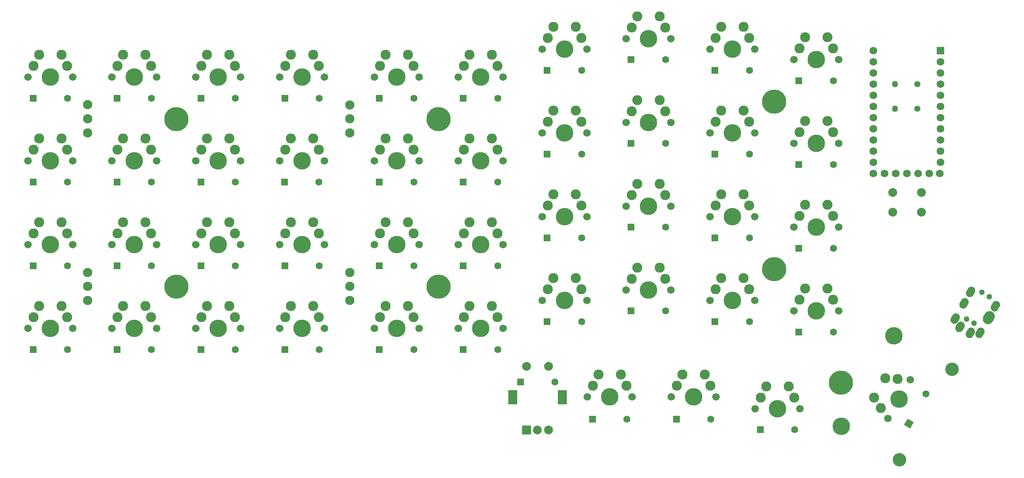
<source format=gbr>
%TF.GenerationSoftware,KiCad,Pcbnew,(5.1.9-0-10_14)*%
%TF.CreationDate,2021-04-26T22:25:58-05:00*%
%TF.ProjectId,wren-universal,7772656e-2d75-46e6-9976-657273616c2e,rev?*%
%TF.SameCoordinates,Original*%
%TF.FileFunction,Soldermask,Top*%
%TF.FilePolarity,Negative*%
%FSLAX46Y46*%
G04 Gerber Fmt 4.6, Leading zero omitted, Abs format (unit mm)*
G04 Created by KiCad (PCBNEW (5.1.9-0-10_14)) date 2021-04-26 22:25:58*
%MOMM*%
%LPD*%
G01*
G04 APERTURE LIST*
%ADD10C,1.300000*%
%ADD11C,2.100000*%
%ADD12C,1.701800*%
%ADD13C,2.286000*%
%ADD14C,3.987800*%
%ADD15C,3.048000*%
%ADD16C,1.752600*%
%ADD17R,1.752600X1.752600*%
%ADD18C,1.600000*%
%ADD19R,1.600000X1.600000*%
%ADD20C,5.500000*%
%ADD21O,1.400000X1.400000*%
%ADD22C,1.400000*%
%ADD23C,0.100000*%
%ADD24C,2.000000*%
%ADD25R,2.000000X3.200000*%
%ADD26R,2.000000X2.000000*%
G04 APERTURE END LIST*
%TO.C,J1*%
G36*
G01*
X258652204Y-90899649D02*
X259002204Y-90293431D01*
G75*
G02*
X260641434Y-89854201I1039230J-600000D01*
G01*
X260641434Y-89854201D01*
G75*
G02*
X261080664Y-91493431I-600000J-1039230D01*
G01*
X260730664Y-92099649D01*
G75*
G02*
X259091434Y-92538879I-1039230J600000D01*
G01*
X259091434Y-92538879D01*
G75*
G02*
X258652204Y-90899649I600000J1039230D01*
G01*
G37*
G36*
G01*
X260412011Y-88451573D02*
X260762011Y-87845355D01*
G75*
G02*
X261991434Y-87515932I779423J-450000D01*
G01*
X261991434Y-87515932D01*
G75*
G02*
X262320857Y-88745355I-450000J-779423D01*
G01*
X261970857Y-89351573D01*
G75*
G02*
X260741434Y-89680996I-779423J450000D01*
G01*
X260741434Y-89680996D01*
G75*
G02*
X260412011Y-88451573I450000J779423D01*
G01*
G37*
G36*
G01*
X256912011Y-94513751D02*
X257262011Y-93907533D01*
G75*
G02*
X258491434Y-93578110I779423J-450000D01*
G01*
X258491434Y-93578110D01*
G75*
G02*
X258820857Y-94807533I-450000J-779423D01*
G01*
X258470857Y-95413751D01*
G75*
G02*
X257241434Y-95743174I-779423J450000D01*
G01*
X257241434Y-95743174D01*
G75*
G02*
X256912011Y-94513751I450000J779423D01*
G01*
G37*
G36*
G01*
X252378294Y-93166379D02*
X252728294Y-92560161D01*
G75*
G02*
X253957717Y-92230738I779423J-450000D01*
G01*
X253957717Y-92230738D01*
G75*
G02*
X254287140Y-93460161I-450000J-779423D01*
G01*
X253937140Y-94066379D01*
G75*
G02*
X252707717Y-94395802I-779423J450000D01*
G01*
X252707717Y-94395802D01*
G75*
G02*
X252378294Y-93166379I450000J779423D01*
G01*
G37*
D10*
X256474576Y-92471411D03*
X259974576Y-86409233D03*
X258329127Y-85459233D03*
X254829127Y-91521411D03*
G36*
G01*
X254716563Y-94516379D02*
X255066563Y-93910161D01*
G75*
G02*
X256295986Y-93580738I779423J-450000D01*
G01*
X256295986Y-93580738D01*
G75*
G02*
X256625409Y-94810161I-450000J-779423D01*
G01*
X256275409Y-95416379D01*
G75*
G02*
X255045986Y-95745802I-779423J450000D01*
G01*
X255045986Y-95745802D01*
G75*
G02*
X254716563Y-94516379I450000J779423D01*
G01*
G37*
G36*
G01*
X251282846Y-91263751D02*
X251632846Y-90657533D01*
G75*
G02*
X252862269Y-90328110I779423J-450000D01*
G01*
X252862269Y-90328110D01*
G75*
G02*
X253191692Y-91557533I-450000J-779423D01*
G01*
X252841692Y-92163751D01*
G75*
G02*
X251612269Y-92493174I-779423J450000D01*
G01*
X251612269Y-92493174D01*
G75*
G02*
X251282846Y-91263751I450000J779423D01*
G01*
G37*
G36*
G01*
X254782846Y-85201573D02*
X255132846Y-84595355D01*
G75*
G02*
X256362269Y-84265932I779423J-450000D01*
G01*
X256362269Y-84265932D01*
G75*
G02*
X256691692Y-85495355I-450000J-779423D01*
G01*
X256341692Y-86101573D01*
G75*
G02*
X255112269Y-86430996I-779423J450000D01*
G01*
X255112269Y-86430996D01*
G75*
G02*
X254782846Y-85201573I450000J779423D01*
G01*
G37*
G36*
G01*
X253282846Y-87799649D02*
X253632846Y-87193431D01*
G75*
G02*
X254862269Y-86864008I779423J-450000D01*
G01*
X254862269Y-86864008D01*
G75*
G02*
X255191692Y-88093431I-450000J-779423D01*
G01*
X254841692Y-88699649D01*
G75*
G02*
X253612269Y-89029072I-779423J450000D01*
G01*
X253612269Y-89029072D01*
G75*
G02*
X253282846Y-87799649I450000J779423D01*
G01*
G37*
%TD*%
D11*
%TO.C,FID15*%
X114801750Y-84105750D03*
%TD*%
%TO.C,FID14*%
X55238750Y-42735500D03*
%TD*%
%TO.C,FID13*%
X55238750Y-49212500D03*
%TD*%
%TO.C,FID12*%
X55238750Y-46005750D03*
%TD*%
%TO.C,FID11*%
X55238750Y-80962500D03*
%TD*%
%TO.C,FID10*%
X55238750Y-87312500D03*
%TD*%
%TO.C,FID9*%
X114801750Y-87312500D03*
%TD*%
%TO.C,FID8*%
X55238750Y-84105750D03*
%TD*%
%TO.C,FID7*%
X114801750Y-80962500D03*
%TD*%
%TO.C,FID6*%
X114801750Y-49212500D03*
%TD*%
%TO.C,FID5*%
X114801750Y-46005750D03*
%TD*%
%TO.C,FID4*%
X114801750Y-42862500D03*
%TD*%
D12*
%TO.C,MX39*%
X60801250Y-93662500D03*
X70961250Y-93662500D03*
D13*
X62071250Y-91122500D03*
D14*
X65881250Y-93662500D03*
D13*
X68421250Y-88582500D03*
X63341250Y-88582500D03*
X69691250Y-91122500D03*
%TD*%
D12*
%TO.C,MX36*%
X120332500Y-93662500D03*
X130492500Y-93662500D03*
D13*
X121602500Y-91122500D03*
D14*
X125412500Y-93662500D03*
D13*
X127952500Y-88582500D03*
X122872500Y-88582500D03*
X129222500Y-91122500D03*
%TD*%
D15*
%TO.C,FID1*%
X251483187Y-102946548D03*
X239583187Y-123557952D03*
D14*
X238284960Y-95326548D03*
X226384960Y-115937952D03*
%TD*%
D12*
%TO.C,MX21*%
X215582500Y-70643750D03*
X225742500Y-70643750D03*
D13*
X216852500Y-68103750D03*
D14*
X220662500Y-70643750D03*
D13*
X223202500Y-65563750D03*
X218122500Y-65563750D03*
X224472500Y-68103750D03*
%TD*%
D12*
%TO.C,MX41*%
X236944000Y-114159159D03*
X242024000Y-105360341D03*
D13*
X235379295Y-111789307D03*
D14*
X239484000Y-109759750D03*
D13*
X236354591Y-105020045D03*
X233814591Y-109419455D03*
X239189295Y-105190193D03*
%TD*%
D12*
%TO.C,MX10*%
X41751250Y-36512500D03*
X51911250Y-36512500D03*
D13*
X43021250Y-33972500D03*
D14*
X46831250Y-36512500D03*
D13*
X49371250Y-31432500D03*
X44291250Y-31432500D03*
X50641250Y-33972500D03*
%TD*%
D12*
%TO.C,MX15*%
X139382500Y-55562500D03*
X149542500Y-55562500D03*
D13*
X140652500Y-53022500D03*
D14*
X144462500Y-55562500D03*
D13*
X147002500Y-50482500D03*
X141922500Y-50482500D03*
X148272500Y-53022500D03*
%TD*%
D12*
%TO.C,MX44*%
X168745000Y-109251750D03*
X178905000Y-109251750D03*
D13*
X170015000Y-106711750D03*
D14*
X173825000Y-109251750D03*
D13*
X176365000Y-104171750D03*
X171285000Y-104171750D03*
X177635000Y-106711750D03*
%TD*%
D12*
%TO.C,MX43*%
X187795000Y-109251750D03*
X197955000Y-109251750D03*
D13*
X189065000Y-106711750D03*
D14*
X192875000Y-109251750D03*
D13*
X195415000Y-104171750D03*
X190335000Y-104171750D03*
X196685000Y-106711750D03*
%TD*%
D12*
%TO.C,MX42*%
X206845000Y-111918750D03*
X217005000Y-111918750D03*
D13*
X208115000Y-109378750D03*
D14*
X211925000Y-111918750D03*
D13*
X214465000Y-106838750D03*
X209385000Y-106838750D03*
X215735000Y-109378750D03*
%TD*%
D12*
%TO.C,MX40*%
X41751250Y-93662500D03*
X51911250Y-93662500D03*
D13*
X43021250Y-91122500D03*
D14*
X46831250Y-93662500D03*
D13*
X49371250Y-88582500D03*
X44291250Y-88582500D03*
X50641250Y-91122500D03*
%TD*%
D12*
%TO.C,MX38*%
X79851250Y-93662500D03*
X90011250Y-93662500D03*
D13*
X81121250Y-91122500D03*
D14*
X84931250Y-93662500D03*
D13*
X87471250Y-88582500D03*
X82391250Y-88582500D03*
X88741250Y-91122500D03*
%TD*%
D12*
%TO.C,MX37*%
X98901250Y-93662500D03*
X109061250Y-93662500D03*
D13*
X100171250Y-91122500D03*
D14*
X103981250Y-93662500D03*
D13*
X106521250Y-88582500D03*
X101441250Y-88582500D03*
X107791250Y-91122500D03*
%TD*%
D12*
%TO.C,MX35*%
X139382500Y-93662500D03*
X149542500Y-93662500D03*
D13*
X140652500Y-91122500D03*
D14*
X144462500Y-93662500D03*
D13*
X147002500Y-88582500D03*
X141922500Y-88582500D03*
X148272500Y-91122500D03*
%TD*%
D12*
%TO.C,MX34*%
X158432500Y-87312500D03*
X168592500Y-87312500D03*
D13*
X159702500Y-84772500D03*
D14*
X163512500Y-87312500D03*
D13*
X166052500Y-82232500D03*
X160972500Y-82232500D03*
X167322500Y-84772500D03*
%TD*%
D12*
%TO.C,MX33*%
X177482500Y-84931250D03*
X187642500Y-84931250D03*
D13*
X178752500Y-82391250D03*
D14*
X182562500Y-84931250D03*
D13*
X185102500Y-79851250D03*
X180022500Y-79851250D03*
X186372500Y-82391250D03*
%TD*%
D12*
%TO.C,MX32*%
X196532500Y-87312500D03*
X206692500Y-87312500D03*
D13*
X197802500Y-84772500D03*
D14*
X201612500Y-87312500D03*
D13*
X204152500Y-82232500D03*
X199072500Y-82232500D03*
X205422500Y-84772500D03*
%TD*%
D12*
%TO.C,MX31*%
X215582500Y-89693750D03*
X225742500Y-89693750D03*
D13*
X216852500Y-87153750D03*
D14*
X220662500Y-89693750D03*
D13*
X223202500Y-84613750D03*
X218122500Y-84613750D03*
X224472500Y-87153750D03*
%TD*%
D12*
%TO.C,MX30*%
X41751250Y-74612500D03*
X51911250Y-74612500D03*
D13*
X43021250Y-72072500D03*
D14*
X46831250Y-74612500D03*
D13*
X49371250Y-69532500D03*
X44291250Y-69532500D03*
X50641250Y-72072500D03*
%TD*%
D12*
%TO.C,MX29*%
X60801250Y-74612500D03*
X70961250Y-74612500D03*
D13*
X62071250Y-72072500D03*
D14*
X65881250Y-74612500D03*
D13*
X68421250Y-69532500D03*
X63341250Y-69532500D03*
X69691250Y-72072500D03*
%TD*%
D12*
%TO.C,MX28*%
X79851250Y-74612500D03*
X90011250Y-74612500D03*
D13*
X81121250Y-72072500D03*
D14*
X84931250Y-74612500D03*
D13*
X87471250Y-69532500D03*
X82391250Y-69532500D03*
X88741250Y-72072500D03*
%TD*%
D12*
%TO.C,MX27*%
X98901250Y-74612500D03*
X109061250Y-74612500D03*
D13*
X100171250Y-72072500D03*
D14*
X103981250Y-74612500D03*
D13*
X106521250Y-69532500D03*
X101441250Y-69532500D03*
X107791250Y-72072500D03*
%TD*%
D12*
%TO.C,MX26*%
X120332500Y-74612500D03*
X130492500Y-74612500D03*
D13*
X121602500Y-72072500D03*
D14*
X125412500Y-74612500D03*
D13*
X127952500Y-69532500D03*
X122872500Y-69532500D03*
X129222500Y-72072500D03*
%TD*%
D12*
%TO.C,MX25*%
X139382500Y-74612500D03*
X149542500Y-74612500D03*
D13*
X140652500Y-72072500D03*
D14*
X144462500Y-74612500D03*
D13*
X147002500Y-69532500D03*
X141922500Y-69532500D03*
X148272500Y-72072500D03*
%TD*%
D12*
%TO.C,MX24*%
X158432500Y-68262500D03*
X168592500Y-68262500D03*
D13*
X159702500Y-65722500D03*
D14*
X163512500Y-68262500D03*
D13*
X166052500Y-63182500D03*
X160972500Y-63182500D03*
X167322500Y-65722500D03*
%TD*%
D12*
%TO.C,MX23*%
X177482500Y-65881250D03*
X187642500Y-65881250D03*
D13*
X178752500Y-63341250D03*
D14*
X182562500Y-65881250D03*
D13*
X185102500Y-60801250D03*
X180022500Y-60801250D03*
X186372500Y-63341250D03*
%TD*%
D12*
%TO.C,MX22*%
X196532500Y-68262500D03*
X206692500Y-68262500D03*
D13*
X197802500Y-65722500D03*
D14*
X201612500Y-68262500D03*
D13*
X204152500Y-63182500D03*
X199072500Y-63182500D03*
X205422500Y-65722500D03*
%TD*%
D12*
%TO.C,MX20*%
X41751250Y-55562500D03*
X51911250Y-55562500D03*
D13*
X43021250Y-53022500D03*
D14*
X46831250Y-55562500D03*
D13*
X49371250Y-50482500D03*
X44291250Y-50482500D03*
X50641250Y-53022500D03*
%TD*%
D12*
%TO.C,MX19*%
X60801250Y-55562500D03*
X70961250Y-55562500D03*
D13*
X62071250Y-53022500D03*
D14*
X65881250Y-55562500D03*
D13*
X68421250Y-50482500D03*
X63341250Y-50482500D03*
X69691250Y-53022500D03*
%TD*%
D12*
%TO.C,MX18*%
X79851250Y-55562500D03*
X90011250Y-55562500D03*
D13*
X81121250Y-53022500D03*
D14*
X84931250Y-55562500D03*
D13*
X87471250Y-50482500D03*
X82391250Y-50482500D03*
X88741250Y-53022500D03*
%TD*%
D12*
%TO.C,MX17*%
X98901250Y-55562500D03*
X109061250Y-55562500D03*
D13*
X100171250Y-53022500D03*
D14*
X103981250Y-55562500D03*
D13*
X106521250Y-50482500D03*
X101441250Y-50482500D03*
X107791250Y-53022500D03*
%TD*%
D12*
%TO.C,MX16*%
X120332500Y-55562500D03*
X130492500Y-55562500D03*
D13*
X121602500Y-53022500D03*
D14*
X125412500Y-55562500D03*
D13*
X127952500Y-50482500D03*
X122872500Y-50482500D03*
X129222500Y-53022500D03*
%TD*%
D12*
%TO.C,MX14*%
X158432500Y-49212500D03*
X168592500Y-49212500D03*
D13*
X159702500Y-46672500D03*
D14*
X163512500Y-49212500D03*
D13*
X166052500Y-44132500D03*
X160972500Y-44132500D03*
X167322500Y-46672500D03*
%TD*%
D12*
%TO.C,MX13*%
X177482500Y-46831250D03*
X187642500Y-46831250D03*
D13*
X178752500Y-44291250D03*
D14*
X182562500Y-46831250D03*
D13*
X185102500Y-41751250D03*
X180022500Y-41751250D03*
X186372500Y-44291250D03*
%TD*%
D12*
%TO.C,MX12*%
X196532500Y-49212500D03*
X206692500Y-49212500D03*
D13*
X197802500Y-46672500D03*
D14*
X201612500Y-49212500D03*
D13*
X204152500Y-44132500D03*
X199072500Y-44132500D03*
X205422500Y-46672500D03*
%TD*%
D12*
%TO.C,MX11*%
X215582500Y-51593750D03*
X225742500Y-51593750D03*
D13*
X216852500Y-49053750D03*
D14*
X220662500Y-51593750D03*
D13*
X223202500Y-46513750D03*
X218122500Y-46513750D03*
X224472500Y-49053750D03*
%TD*%
D12*
%TO.C,MX9*%
X60801250Y-36512500D03*
X70961250Y-36512500D03*
D13*
X62071250Y-33972500D03*
D14*
X65881250Y-36512500D03*
D13*
X68421250Y-31432500D03*
X63341250Y-31432500D03*
X69691250Y-33972500D03*
%TD*%
D12*
%TO.C,MX8*%
X79851250Y-36512500D03*
X90011250Y-36512500D03*
D13*
X81121250Y-33972500D03*
D14*
X84931250Y-36512500D03*
D13*
X87471250Y-31432500D03*
X82391250Y-31432500D03*
X88741250Y-33972500D03*
%TD*%
D12*
%TO.C,MX7*%
X98901250Y-36512500D03*
X109061250Y-36512500D03*
D13*
X100171250Y-33972500D03*
D14*
X103981250Y-36512500D03*
D13*
X106521250Y-31432500D03*
X101441250Y-31432500D03*
X107791250Y-33972500D03*
%TD*%
D12*
%TO.C,MX6*%
X120332500Y-36512500D03*
X130492500Y-36512500D03*
D13*
X121602500Y-33972500D03*
D14*
X125412500Y-36512500D03*
D13*
X127952500Y-31432500D03*
X122872500Y-31432500D03*
X129222500Y-33972500D03*
%TD*%
D12*
%TO.C,MX5*%
X139382500Y-36512500D03*
X149542500Y-36512500D03*
D13*
X140652500Y-33972500D03*
D14*
X144462500Y-36512500D03*
D13*
X147002500Y-31432500D03*
X141922500Y-31432500D03*
X148272500Y-33972500D03*
%TD*%
D12*
%TO.C,MX4*%
X158432500Y-30162500D03*
X168592500Y-30162500D03*
D13*
X159702500Y-27622500D03*
D14*
X163512500Y-30162500D03*
D13*
X166052500Y-25082500D03*
X160972500Y-25082500D03*
X167322500Y-27622500D03*
%TD*%
D12*
%TO.C,MX3*%
X177482500Y-27781250D03*
X187642500Y-27781250D03*
D13*
X178752500Y-25241250D03*
D14*
X182562500Y-27781250D03*
D13*
X185102500Y-22701250D03*
X180022500Y-22701250D03*
X186372500Y-25241250D03*
%TD*%
D12*
%TO.C,MX2*%
X196532500Y-30162500D03*
X206692500Y-30162500D03*
D13*
X197802500Y-27622500D03*
D14*
X201612500Y-30162500D03*
D13*
X204152500Y-25082500D03*
X199072500Y-25082500D03*
X205422500Y-27622500D03*
%TD*%
D12*
%TO.C,MX1*%
X215582500Y-32543750D03*
X225742500Y-32543750D03*
D13*
X216852500Y-30003750D03*
D14*
X220662500Y-32543750D03*
D13*
X223202500Y-27463750D03*
X218122500Y-27463750D03*
X224472500Y-30003750D03*
%TD*%
D16*
%TO.C,U1*%
X246380000Y-58420000D03*
X243840000Y-58420000D03*
X241300000Y-58420000D03*
X238760000Y-58420000D03*
X236220000Y-58420000D03*
X233680000Y-30480000D03*
X248691400Y-58420000D03*
X233680000Y-33020000D03*
X233680000Y-35560000D03*
X233680000Y-38100000D03*
X233680000Y-40640000D03*
X233680000Y-43180000D03*
X233680000Y-45720000D03*
X233680000Y-48260000D03*
X233680000Y-50800000D03*
X233680000Y-53340000D03*
X233680000Y-55880000D03*
X233680000Y-58420000D03*
X248920000Y-55880000D03*
X248920000Y-53340000D03*
X248920000Y-50800000D03*
X248920000Y-48260000D03*
X248920000Y-45720000D03*
X248920000Y-43180000D03*
X248920000Y-40640000D03*
X248920000Y-38100000D03*
X248920000Y-35560000D03*
X248920000Y-33020000D03*
D17*
X248920000Y-30480000D03*
%TD*%
D18*
%TO.C,D43*%
X196775000Y-114300000D03*
D19*
X188975000Y-114300000D03*
%TD*%
D20*
%TO.C,H7*%
X226250500Y-106013250D03*
%TD*%
%TO.C,H6*%
X211137500Y-80168750D03*
%TD*%
%TO.C,H5*%
X134937500Y-84137500D03*
%TD*%
%TO.C,H4*%
X75400000Y-84137500D03*
%TD*%
%TO.C,H3*%
X211137500Y-42068750D03*
%TD*%
%TO.C,H2*%
X134937500Y-46037500D03*
%TD*%
%TO.C,H1*%
X75400000Y-46037500D03*
%TD*%
D21*
%TO.C,R2*%
X238585000Y-43656250D03*
D22*
X243665000Y-43656250D03*
%TD*%
D21*
%TO.C,R1*%
X238585000Y-38100000D03*
D22*
X243665000Y-38100000D03*
%TD*%
D18*
%TO.C,D45*%
X161342000Y-105822750D03*
D19*
X153542000Y-105822750D03*
%TD*%
D18*
%TO.C,D44*%
X177725000Y-114300000D03*
D19*
X169925000Y-114300000D03*
%TD*%
D18*
%TO.C,D42*%
X215825000Y-116681250D03*
D19*
X208025000Y-116681250D03*
%TD*%
D18*
%TO.C,D41*%
X245618000Y-108541251D03*
D23*
G36*
X242010820Y-116389069D02*
G01*
X240625180Y-115589069D01*
X241425180Y-114203429D01*
X242810820Y-115003429D01*
X242010820Y-116389069D01*
G37*
%TD*%
D18*
%TO.C,D40*%
X50725000Y-98425000D03*
D19*
X42925000Y-98425000D03*
%TD*%
D18*
%TO.C,D39*%
X69775000Y-98425000D03*
D19*
X61975000Y-98425000D03*
%TD*%
D18*
%TO.C,D38*%
X88825000Y-98425000D03*
D19*
X81025000Y-98425000D03*
%TD*%
D18*
%TO.C,D37*%
X107875000Y-98425000D03*
D19*
X100075000Y-98425000D03*
%TD*%
D18*
%TO.C,D36*%
X129306250Y-98425000D03*
D19*
X121506250Y-98425000D03*
%TD*%
D18*
%TO.C,D35*%
X148356250Y-98425000D03*
D19*
X140556250Y-98425000D03*
%TD*%
D18*
%TO.C,D34*%
X167406250Y-92075000D03*
D19*
X159606250Y-92075000D03*
%TD*%
D18*
%TO.C,D33*%
X186456250Y-89693750D03*
D19*
X178656250Y-89693750D03*
%TD*%
D18*
%TO.C,D32*%
X205506250Y-92075000D03*
D19*
X197706250Y-92075000D03*
%TD*%
D18*
%TO.C,D31*%
X224556250Y-94456250D03*
D19*
X216756250Y-94456250D03*
%TD*%
D18*
%TO.C,D30*%
X50725000Y-79375000D03*
D19*
X42925000Y-79375000D03*
%TD*%
D18*
%TO.C,D29*%
X69775000Y-79375000D03*
D19*
X61975000Y-79375000D03*
%TD*%
D18*
%TO.C,D28*%
X88825000Y-79375000D03*
D19*
X81025000Y-79375000D03*
%TD*%
D18*
%TO.C,D27*%
X107875000Y-79375000D03*
D19*
X100075000Y-79375000D03*
%TD*%
D18*
%TO.C,D26*%
X129306250Y-79375000D03*
D19*
X121506250Y-79375000D03*
%TD*%
D18*
%TO.C,D25*%
X148356250Y-79375000D03*
D19*
X140556250Y-79375000D03*
%TD*%
D18*
%TO.C,D24*%
X167406250Y-73025000D03*
D19*
X159606250Y-73025000D03*
%TD*%
D18*
%TO.C,D23*%
X186456250Y-70643750D03*
D19*
X178656250Y-70643750D03*
%TD*%
D18*
%TO.C,D22*%
X205506250Y-73025000D03*
D19*
X197706250Y-73025000D03*
%TD*%
D18*
%TO.C,D21*%
X224556250Y-75406250D03*
D19*
X216756250Y-75406250D03*
%TD*%
D18*
%TO.C,D20*%
X50725000Y-60325000D03*
D19*
X42925000Y-60325000D03*
%TD*%
D18*
%TO.C,D19*%
X69775000Y-60325000D03*
D19*
X61975000Y-60325000D03*
%TD*%
D18*
%TO.C,D18*%
X88825000Y-60325000D03*
D19*
X81025000Y-60325000D03*
%TD*%
D18*
%TO.C,D17*%
X107748000Y-60325000D03*
D19*
X99948000Y-60325000D03*
%TD*%
D18*
%TO.C,D16*%
X129306250Y-60325000D03*
D19*
X121506250Y-60325000D03*
%TD*%
D18*
%TO.C,D15*%
X148356250Y-60325000D03*
D19*
X140556250Y-60325000D03*
%TD*%
D18*
%TO.C,D14*%
X167406250Y-53975000D03*
D19*
X159606250Y-53975000D03*
%TD*%
D18*
%TO.C,D13*%
X186456250Y-51593750D03*
D19*
X178656250Y-51593750D03*
%TD*%
D18*
%TO.C,D12*%
X205506250Y-53975000D03*
D19*
X197706250Y-53975000D03*
%TD*%
D18*
%TO.C,D11*%
X224556250Y-56356250D03*
D19*
X216756250Y-56356250D03*
%TD*%
D18*
%TO.C,D10*%
X50725000Y-41275000D03*
D19*
X42925000Y-41275000D03*
%TD*%
D18*
%TO.C,D9*%
X69775000Y-41275000D03*
D19*
X61975000Y-41275000D03*
%TD*%
D18*
%TO.C,D8*%
X88825000Y-41275000D03*
D19*
X81025000Y-41275000D03*
%TD*%
D18*
%TO.C,D7*%
X107875000Y-41275000D03*
D19*
X100075000Y-41275000D03*
%TD*%
D18*
%TO.C,D6*%
X129306250Y-41275000D03*
D19*
X121506250Y-41275000D03*
%TD*%
D18*
%TO.C,D5*%
X148356250Y-41275000D03*
D19*
X140556250Y-41275000D03*
%TD*%
D18*
%TO.C,D4*%
X167406250Y-34925000D03*
D19*
X159606250Y-34925000D03*
%TD*%
D18*
%TO.C,D3*%
X186456250Y-32543750D03*
D19*
X178656250Y-32543750D03*
%TD*%
D18*
%TO.C,D2*%
X205506250Y-34925000D03*
D19*
X197706250Y-34925000D03*
%TD*%
D18*
%TO.C,D1*%
X224556250Y-37306250D03*
D19*
X216756250Y-37306250D03*
%TD*%
D24*
%TO.C,ENC1*%
X159902000Y-102266750D03*
X154902000Y-102266750D03*
D25*
X163002000Y-109266750D03*
X151802000Y-109266750D03*
D24*
X159902000Y-116766750D03*
X157402000Y-116766750D03*
D26*
X154902000Y-116766750D03*
%TD*%
D24*
%TO.C,SW0*%
X244561500Y-62706250D03*
X244561500Y-67206250D03*
X238061500Y-62706250D03*
X238061500Y-67206250D03*
%TD*%
M02*

</source>
